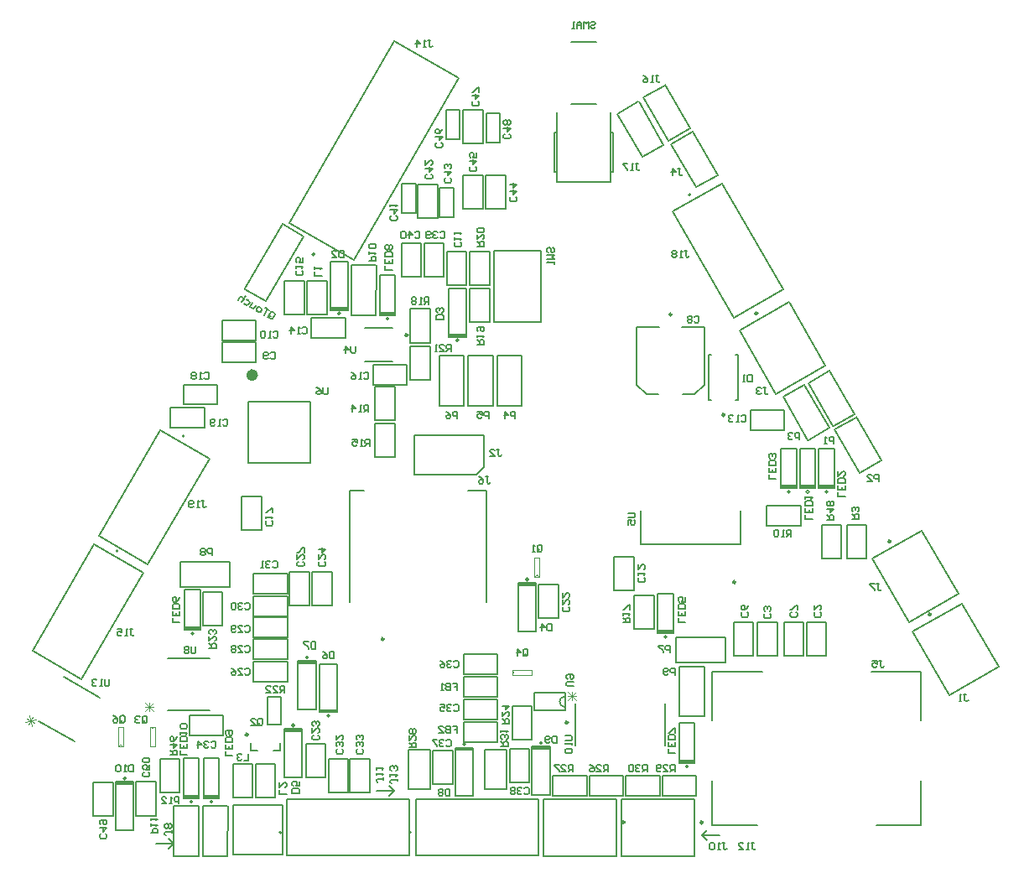
<source format=gbo>
G04*
G04 #@! TF.GenerationSoftware,Altium Limited,Altium Designer,22.1.2 (22)*
G04*
G04 Layer_Color=39423*
%FSLAX25Y25*%
%MOIN*%
G70*
G04*
G04 #@! TF.SameCoordinates,8C121C91-0C0E-4A63-ABDB-05F36A63E408*
G04*
G04*
G04 #@! TF.FilePolarity,Positive*
G04*
G01*
G75*
%ADD10C,0.00394*%
%ADD11C,0.00600*%
%ADD12C,0.00984*%
%ADD13C,0.00500*%
%ADD15C,0.00787*%
%ADD16C,0.00669*%
%ADD152C,0.02362*%
%ADD153C,0.00945*%
%ADD154C,0.00300*%
%ADD155R,0.07087X0.01181*%
%ADD156R,0.06299X0.01181*%
D10*
X66597Y76661D02*
G03*
X65317Y76661I-640J0D01*
G01*
X221661Y105317D02*
G03*
X221661Y106597I0J640D01*
G01*
X77903Y84398D02*
G03*
X79183Y84398I640J0D01*
G01*
X232097Y144161D02*
G03*
X230817Y144161I-640J0D01*
G01*
X65317Y76661D02*
X66941D01*
X64973D02*
X66597D01*
X64973D02*
Y84339D01*
X66941D01*
Y76661D02*
Y84339D01*
X221661Y104972D02*
X229339D01*
Y106941D01*
X221661D02*
X229339D01*
X221661Y105317D02*
Y106941D01*
Y104972D02*
Y106597D01*
X77559Y84398D02*
X79183D01*
X77903D02*
X79527D01*
Y76720D02*
Y84398D01*
X77559Y76720D02*
X79527D01*
X77559D02*
Y84398D01*
X232441Y144161D02*
Y151839D01*
X230472D02*
X232441D01*
X230472Y144161D02*
Y151839D01*
Y144161D02*
X232097D01*
X230817D02*
X232441D01*
D11*
X43474Y104390D02*
X57676Y96190D01*
X33324Y86810D02*
X47526Y78610D01*
X282200Y77150D02*
Y93850D01*
X246800Y77150D02*
Y93850D01*
X84600Y91100D02*
X101400D01*
X84600Y111900D02*
X101400D01*
D12*
X266216Y46567D02*
G03*
X266216Y46567I-492J0D01*
G01*
X297295Y46500D02*
G03*
X297295Y46500I-492J0D01*
G01*
X243685Y86232D02*
G03*
X243685Y86232I-492J0D01*
G01*
X116512Y81437D02*
G03*
X116512Y81437I-492J0D01*
G01*
X180025Y240240D02*
G03*
X180025Y240240I-492J0D01*
G01*
X319090Y248883D02*
G03*
X319090Y248883I-492J0D01*
G01*
X305992Y208539D02*
G03*
X305992Y208539I-492J0D01*
G01*
X284992Y248406D02*
G03*
X284992Y248406I-492J0D01*
G01*
X310315Y142016D02*
G03*
X310315Y142016I-492J0D01*
G01*
X371919Y158179D02*
G03*
X371919Y158179I-492J0D01*
G01*
X387919Y129179D02*
G03*
X387919Y129179I-492J0D01*
G01*
D13*
X183327Y55886D02*
X232146D01*
Y33248D02*
Y55886D01*
X183327Y33248D02*
X232146D01*
X183327D02*
Y55886D01*
X131827D02*
X180646D01*
Y33248D02*
Y55886D01*
X131827Y33248D02*
X180646D01*
X131827D02*
Y55886D01*
X50427Y103406D02*
X74837Y145684D01*
X30822Y114725D02*
X50427Y103406D01*
X30822Y114725D02*
X55232Y157003D01*
X74837Y145684D01*
X76770Y148954D02*
X101179Y191232D01*
X57165Y160273D02*
X76770Y148954D01*
X57165Y160273D02*
X81574Y202551D01*
X101179Y191232D01*
X174693Y357113D02*
X200265Y342350D01*
X132961Y284831D02*
X158533Y270067D01*
X132961Y284831D02*
X174693Y357113D01*
X158533Y270067D02*
X200265Y342350D01*
X260827Y305130D02*
X261811D01*
X260827Y320878D02*
X261811D01*
Y305130D02*
Y320878D01*
X238189D02*
X239173D01*
X238189Y305130D02*
X239173D01*
X245079Y332098D02*
X254921D01*
X245079Y356902D02*
X254921D01*
X238189Y305130D02*
Y320878D01*
X239272Y300996D02*
Y328752D01*
X260728Y300996D02*
Y328752D01*
X239272Y300996D02*
X260728D01*
X285244Y289251D02*
X304848Y300570D01*
X285244Y289251D02*
X309653Y246973D01*
X329258Y258292D01*
X304848Y300570D02*
X329258Y258292D01*
X301020Y45378D02*
Y63213D01*
Y45378D02*
X318933D01*
X366177D02*
X384090D01*
Y63213D01*
X301020Y86992D02*
Y106402D01*
X320902D01*
X364209D02*
X384090D01*
Y86992D02*
Y106402D01*
X157047Y178256D02*
X162559D01*
X204000D02*
X211378D01*
X157047Y133965D02*
Y178256D01*
X211378Y133965D02*
Y178256D01*
X61444Y103377D02*
Y101082D01*
X60985Y100622D01*
X60066D01*
X59607Y101082D01*
Y103377D01*
X58689Y100622D02*
X57770D01*
X58230D01*
Y103377D01*
X58689Y102918D01*
X56393D02*
X55934Y103377D01*
X55015D01*
X54556Y102918D01*
Y102459D01*
X55015Y102000D01*
X55475D01*
X55015D01*
X54556Y101541D01*
Y101082D01*
X55015Y100622D01*
X55934D01*
X56393Y101082D01*
X242622Y80944D02*
X244918D01*
X245377Y80485D01*
Y79566D01*
X244918Y79107D01*
X242622D01*
X245377Y78189D02*
Y77270D01*
Y77730D01*
X242622D01*
X243082Y78189D01*
Y75893D02*
X242622Y75434D01*
Y74515D01*
X243082Y74056D01*
X244918D01*
X245377Y74515D01*
Y75434D01*
X244918Y75893D01*
X243082D01*
X245878Y100704D02*
X243582D01*
X243123Y101163D01*
Y102082D01*
X243582Y102541D01*
X245878D01*
X243582Y103459D02*
X243123Y103918D01*
Y104837D01*
X243582Y105296D01*
X245418D01*
X245878Y104837D01*
Y103918D01*
X245418Y103459D01*
X244959D01*
X244500Y103918D01*
Y105296D01*
X95796Y116377D02*
Y114082D01*
X95337Y113622D01*
X94418D01*
X93959Y114082D01*
Y116377D01*
X93041Y115918D02*
X92582Y116377D01*
X91663D01*
X91204Y115918D01*
Y115459D01*
X91663Y115000D01*
X91204Y114541D01*
Y114082D01*
X91663Y113622D01*
X92582D01*
X93041Y114082D01*
Y114541D01*
X92582Y115000D01*
X93041Y115459D01*
Y115918D01*
X92582Y115000D02*
X91663D01*
X148296Y219377D02*
Y217082D01*
X147837Y216622D01*
X146918D01*
X146459Y217082D01*
Y219377D01*
X143704D02*
X144623Y218918D01*
X145541Y218000D01*
Y217082D01*
X145082Y216622D01*
X144163D01*
X143704Y217082D01*
Y217541D01*
X144163Y218000D01*
X145541D01*
X267622Y169481D02*
X269918D01*
X270377Y169022D01*
Y168103D01*
X269918Y167644D01*
X267622D01*
Y164889D02*
Y166726D01*
X269000D01*
X268541Y165807D01*
Y165348D01*
X269000Y164889D01*
X269918D01*
X270377Y165348D01*
Y166267D01*
X269918Y166726D01*
X159296Y235877D02*
Y233582D01*
X158837Y233122D01*
X157918D01*
X157459Y233582D01*
Y235877D01*
X155163Y233122D02*
Y235877D01*
X156541Y234500D01*
X154704D01*
X235905Y273090D02*
X235445Y273549D01*
Y274468D01*
X235905Y274927D01*
X236364D01*
X236823Y274468D01*
Y273549D01*
X237282Y273090D01*
X237741D01*
X238200Y273549D01*
Y274468D01*
X237741Y274927D01*
X235445Y272172D02*
X238200D01*
X237282Y271253D01*
X238200Y270335D01*
X235445D01*
X238200Y269417D02*
Y268498D01*
Y268958D01*
X235445D01*
X235905Y269417D01*
X252755Y364418D02*
X253214Y364878D01*
X254133D01*
X254592Y364418D01*
Y363959D01*
X254133Y363500D01*
X253214D01*
X252755Y363041D01*
Y362582D01*
X253214Y362123D01*
X254133D01*
X254592Y362582D01*
X251837Y362123D02*
Y364878D01*
X250918Y363959D01*
X250000Y364878D01*
Y362123D01*
X249082D02*
Y363959D01*
X248163Y364878D01*
X247245Y363959D01*
Y362123D01*
Y363500D01*
X249082D01*
X246327Y362123D02*
X245408D01*
X245867D01*
Y364878D01*
X246327Y364418D01*
X346622Y166827D02*
X349377D01*
Y168204D01*
X348918Y168663D01*
X348000D01*
X347541Y168204D01*
Y166827D01*
Y167745D02*
X346622Y168663D01*
Y170959D02*
X349377D01*
X348000Y169582D01*
Y171418D01*
X348918Y172337D02*
X349377Y172796D01*
Y173714D01*
X348918Y174173D01*
X348459D01*
X348000Y173714D01*
X347541Y174173D01*
X347082D01*
X346622Y173714D01*
Y172796D01*
X347082Y172337D01*
X347541D01*
X348000Y172796D01*
X348459Y172337D01*
X348918D01*
X348000Y172796D02*
Y173714D01*
X85623Y73327D02*
X88377D01*
Y74704D01*
X87918Y75163D01*
X87000D01*
X86541Y74704D01*
Y73327D01*
Y74245D02*
X85623Y75163D01*
Y77459D02*
X88377D01*
X87000Y76082D01*
Y77918D01*
X88377Y80673D02*
X87918Y79755D01*
X87000Y78837D01*
X86082D01*
X85623Y79296D01*
Y80214D01*
X86082Y80673D01*
X86541D01*
X87000Y80214D01*
Y78837D01*
X217123Y76786D02*
X219878D01*
Y78163D01*
X219418Y78623D01*
X218500D01*
X218041Y78163D01*
Y76786D01*
Y77704D02*
X217123Y78623D01*
X219418Y79541D02*
X219878Y80000D01*
Y80918D01*
X219418Y81378D01*
X218959D01*
X218500Y80918D01*
Y80459D01*
Y80918D01*
X218041Y81378D01*
X217582D01*
X217123Y80918D01*
Y80000D01*
X217582Y79541D01*
X217123Y82296D02*
Y83214D01*
Y82755D01*
X219878D01*
X219418Y82296D01*
X275173Y66623D02*
Y69377D01*
X273796D01*
X273337Y68918D01*
Y68000D01*
X273796Y67541D01*
X275173D01*
X274255D02*
X273337Y66623D01*
X272418Y68918D02*
X271959Y69377D01*
X271041D01*
X270582Y68918D01*
Y68459D01*
X271041Y68000D01*
X271500D01*
X271041D01*
X270582Y67541D01*
Y67082D01*
X271041Y66623D01*
X271959D01*
X272418Y67082D01*
X269663Y68918D02*
X269204Y69377D01*
X268286D01*
X267827Y68918D01*
Y67082D01*
X268286Y66623D01*
X269204D01*
X269663Y67082D01*
Y68918D01*
X286173Y66623D02*
Y69377D01*
X284796D01*
X284337Y68918D01*
Y68000D01*
X284796Y67541D01*
X286173D01*
X285255D02*
X284337Y66623D01*
X281582D02*
X283418D01*
X281582Y68459D01*
Y68918D01*
X282041Y69377D01*
X282959D01*
X283418Y68918D01*
X280663Y67082D02*
X280204Y66623D01*
X279286D01*
X278827Y67082D01*
Y68918D01*
X279286Y69377D01*
X280204D01*
X280663Y68918D01*
Y68459D01*
X280204Y68000D01*
X278827D01*
X180622Y76327D02*
X183378D01*
Y77704D01*
X182918Y78163D01*
X182000D01*
X181541Y77704D01*
Y76327D01*
Y77245D02*
X180622Y78163D01*
Y80918D02*
Y79082D01*
X182459Y80918D01*
X182918D01*
X183378Y80459D01*
Y79541D01*
X182918Y79082D01*
Y81837D02*
X183378Y82296D01*
Y83214D01*
X182918Y83673D01*
X182459D01*
X182000Y83214D01*
X181541Y83673D01*
X181082D01*
X180622Y83214D01*
Y82296D01*
X181082Y81837D01*
X181541D01*
X182000Y82296D01*
X182459Y81837D01*
X182918D01*
X182000Y82296D02*
Y83214D01*
X245673Y66623D02*
Y69377D01*
X244296D01*
X243837Y68918D01*
Y68000D01*
X244296Y67541D01*
X245673D01*
X244755D02*
X243837Y66623D01*
X241082D02*
X242918D01*
X241082Y68459D01*
Y68918D01*
X241541Y69377D01*
X242459D01*
X242918Y68918D01*
X240163Y69377D02*
X238327D01*
Y68918D01*
X240163Y67082D01*
Y66623D01*
X259673D02*
Y69377D01*
X258296D01*
X257837Y68918D01*
Y68000D01*
X258296Y67541D01*
X259673D01*
X258755D02*
X257837Y66623D01*
X255082D02*
X256918D01*
X255082Y68459D01*
Y68918D01*
X255541Y69377D01*
X256459D01*
X256918Y68918D01*
X252327Y69377D02*
X253245Y68918D01*
X254163Y68000D01*
Y67082D01*
X253704Y66623D01*
X252786D01*
X252327Y67082D01*
Y67541D01*
X252786Y68000D01*
X254163D01*
X217622Y85827D02*
X220377D01*
Y87204D01*
X219918Y87663D01*
X219000D01*
X218541Y87204D01*
Y85827D01*
Y86745D02*
X217622Y87663D01*
Y90418D02*
Y88582D01*
X219459Y90418D01*
X219918D01*
X220377Y89959D01*
Y89041D01*
X219918Y88582D01*
X217622Y92714D02*
X220377D01*
X219000Y91337D01*
Y93173D01*
X101122Y115827D02*
X103877D01*
Y117204D01*
X103418Y117663D01*
X102500D01*
X102041Y117204D01*
Y115827D01*
Y116745D02*
X101122Y117663D01*
Y120418D02*
Y118582D01*
X102959Y120418D01*
X103418D01*
X103877Y119959D01*
Y119041D01*
X103418Y118582D01*
Y121337D02*
X103877Y121796D01*
Y122714D01*
X103418Y123173D01*
X102959D01*
X102500Y122714D01*
Y122255D01*
Y122714D01*
X102041Y123173D01*
X101582D01*
X101122Y122714D01*
Y121796D01*
X101582Y121337D01*
X131142Y98067D02*
Y100822D01*
X129764D01*
X129305Y100363D01*
Y99445D01*
X129764Y98986D01*
X131142D01*
X130224D02*
X129305Y98067D01*
X126550D02*
X128387D01*
X126550Y99904D01*
Y100363D01*
X127009Y100822D01*
X127928D01*
X128387Y100363D01*
X123795Y98067D02*
X125632D01*
X123795Y99904D01*
Y100363D01*
X124254Y100822D01*
X125173D01*
X125632Y100363D01*
X197254Y233658D02*
Y236413D01*
X195876D01*
X195417Y235954D01*
Y235035D01*
X195876Y234576D01*
X197254D01*
X196335D02*
X195417Y233658D01*
X192662D02*
X194499D01*
X192662Y235495D01*
Y235954D01*
X193121Y236413D01*
X194039D01*
X194499Y235954D01*
X191744Y233658D02*
X190825D01*
X191284D01*
Y236413D01*
X191744Y235954D01*
X207685Y275559D02*
X210440D01*
Y276936D01*
X209981Y277396D01*
X209063D01*
X208604Y276936D01*
Y275559D01*
Y276477D02*
X207685Y277396D01*
Y280151D02*
Y278314D01*
X209522Y280151D01*
X209981D01*
X210440Y279691D01*
Y278773D01*
X209981Y278314D01*
Y281069D02*
X210440Y281528D01*
Y282447D01*
X209981Y282906D01*
X208145D01*
X207685Y282447D01*
Y281528D01*
X208145Y281069D01*
X209981D01*
X207685Y236525D02*
X210440D01*
Y237902D01*
X209981Y238361D01*
X209063D01*
X208604Y237902D01*
Y236525D01*
Y237443D02*
X207685Y238361D01*
Y239280D02*
Y240198D01*
Y239739D01*
X210440D01*
X209981Y239280D01*
X208145Y241576D02*
X207685Y242035D01*
Y242953D01*
X208145Y243412D01*
X209981D01*
X210440Y242953D01*
Y242035D01*
X209981Y241576D01*
X209522D01*
X209063Y242035D01*
Y243412D01*
X188385Y252520D02*
Y255275D01*
X187007D01*
X186548Y254816D01*
Y253898D01*
X187007Y253438D01*
X188385D01*
X187466D02*
X186548Y252520D01*
X185630D02*
X184711D01*
X185170D01*
Y255275D01*
X185630Y254816D01*
X183334D02*
X182875Y255275D01*
X181956D01*
X181497Y254816D01*
Y254357D01*
X181956Y253898D01*
X181497Y253438D01*
Y252979D01*
X181956Y252520D01*
X182875D01*
X183334Y252979D01*
Y253438D01*
X182875Y253898D01*
X183334Y254357D01*
Y254816D01*
X182875Y253898D02*
X181956D01*
X265622Y126056D02*
X268377D01*
Y127434D01*
X267918Y127893D01*
X267000D01*
X266541Y127434D01*
Y126056D01*
Y126975D02*
X265622Y127893D01*
Y128811D02*
Y129730D01*
Y129270D01*
X268377D01*
X267918Y128811D01*
X268377Y131107D02*
Y132944D01*
X267918D01*
X266082Y131107D01*
X265622D01*
X164944Y196123D02*
Y198878D01*
X163566D01*
X163107Y198418D01*
Y197500D01*
X163566Y197041D01*
X164944D01*
X164025D02*
X163107Y196123D01*
X162189D02*
X161270D01*
X161730D01*
Y198878D01*
X162189Y198418D01*
X158056Y198878D02*
X159893D01*
Y197500D01*
X158975Y197959D01*
X158515D01*
X158056Y197500D01*
Y196582D01*
X158515Y196123D01*
X159434D01*
X159893Y196582D01*
X164444Y209623D02*
Y212378D01*
X163066D01*
X162607Y211918D01*
Y211000D01*
X163066Y210541D01*
X164444D01*
X163525D02*
X162607Y209623D01*
X161689D02*
X160770D01*
X161230D01*
Y212378D01*
X161689Y211918D01*
X158015Y209623D02*
Y212378D01*
X159393Y211000D01*
X157556D01*
X332444Y160123D02*
Y162878D01*
X331066D01*
X330607Y162418D01*
Y161500D01*
X331066Y161041D01*
X332444D01*
X331525D02*
X330607Y160123D01*
X329689D02*
X328770D01*
X329230D01*
Y162878D01*
X329689Y162418D01*
X327393D02*
X326934Y162878D01*
X326015D01*
X325556Y162418D01*
Y160582D01*
X326015Y160123D01*
X326934D01*
X327393Y160582D01*
Y162418D01*
X356623Y167204D02*
X359378D01*
Y168582D01*
X358918Y169041D01*
X358000D01*
X357541Y168582D01*
Y167204D01*
Y168122D02*
X356623Y169041D01*
X358918Y169959D02*
X359378Y170418D01*
Y171337D01*
X358918Y171796D01*
X358459D01*
X358000Y171337D01*
Y170878D01*
Y171337D01*
X357541Y171796D01*
X357082D01*
X356623Y171337D01*
Y170418D01*
X357082Y169959D01*
X124710Y247720D02*
X125629Y249311D01*
X126256Y249479D01*
X127051Y249020D01*
X127219Y248392D01*
X126301Y246802D01*
X125674Y246634D01*
X124878Y247093D01*
X125735Y247659D02*
X124481Y247322D01*
X124878Y247093D02*
X124710Y247720D01*
X125063Y250167D02*
X123472Y251086D01*
X124268Y250627D01*
X122890Y248241D01*
X120902Y249389D02*
X120107Y249848D01*
X119939Y250475D01*
X120398Y251270D01*
X121025Y251438D01*
X121820Y250979D01*
X121988Y250352D01*
X121529Y249557D01*
X120902Y249389D01*
X119832Y252127D02*
X119143Y250934D01*
X118516Y250766D01*
X117323Y251455D01*
X118241Y253046D01*
X115855Y254423D02*
X117048Y253734D01*
X117216Y253107D01*
X116757Y252312D01*
X116130Y252144D01*
X114937Y252833D01*
X115519Y255678D02*
X114142Y253292D01*
X114831Y254485D01*
X114662Y255112D01*
X113867Y255571D01*
X113240Y255403D01*
X112551Y254210D01*
X65715Y86680D02*
Y88517D01*
X66174Y88976D01*
X67093D01*
X67552Y88517D01*
Y86680D01*
X67093Y86221D01*
X66174D01*
X66633Y87139D02*
X65715Y86221D01*
X66174D02*
X65715Y86680D01*
X62960Y88976D02*
X63878Y88517D01*
X64797Y87598D01*
Y86680D01*
X64338Y86221D01*
X63419D01*
X62960Y86680D01*
Y87139D01*
X63419Y87598D01*
X64797D01*
X225959Y113082D02*
Y114918D01*
X226418Y115377D01*
X227337D01*
X227796Y114918D01*
Y113082D01*
X227337Y112622D01*
X226418D01*
X226877Y113541D02*
X225959Y112622D01*
X226418D02*
X225959Y113082D01*
X223663Y112622D02*
Y115377D01*
X225041Y114000D01*
X223204D01*
X74573Y86483D02*
Y88320D01*
X75033Y88779D01*
X75951D01*
X76410Y88320D01*
Y86483D01*
X75951Y86024D01*
X75033D01*
X75492Y86942D02*
X74573Y86024D01*
X75033D02*
X74573Y86483D01*
X73655Y88320D02*
X73196Y88779D01*
X72277D01*
X71818Y88320D01*
Y87861D01*
X72277Y87402D01*
X72737D01*
X72277D01*
X71818Y86942D01*
Y86483D01*
X72277Y86024D01*
X73196D01*
X73655Y86483D01*
X120459Y85582D02*
Y87418D01*
X120918Y87878D01*
X121837D01*
X122296Y87418D01*
Y85582D01*
X121837Y85123D01*
X120918D01*
X121378Y86041D02*
X120459Y85123D01*
X120918D02*
X120459Y85582D01*
X117704Y85123D02*
X119541D01*
X117704Y86959D01*
Y87418D01*
X118163Y87878D01*
X119082D01*
X119541Y87418D01*
X231500Y154582D02*
Y156418D01*
X231959Y156878D01*
X232877D01*
X233337Y156418D01*
Y154582D01*
X232877Y154122D01*
X231959D01*
X232418Y155041D02*
X231500Y154122D01*
X231959D02*
X231500Y154582D01*
X230582Y154122D02*
X229663D01*
X230122D01*
Y156878D01*
X230582Y156418D01*
X89074Y53938D02*
Y56692D01*
X87696D01*
X87237Y56233D01*
Y55315D01*
X87696Y54856D01*
X89074D01*
X86319Y53938D02*
X85400D01*
X85860D01*
Y56692D01*
X86319Y56233D01*
X82186Y53938D02*
X84023D01*
X82186Y55774D01*
Y56233D01*
X82645Y56692D01*
X83564D01*
X84023Y56233D01*
X77844Y42263D02*
X80599D01*
Y43640D01*
X80140Y44099D01*
X79221D01*
X78762Y43640D01*
Y42263D01*
X77844Y45017D02*
Y45936D01*
Y45477D01*
X80599D01*
X80140Y45017D01*
X77844Y47313D02*
Y48232D01*
Y47773D01*
X80599D01*
X80140Y47313D01*
X164622Y269627D02*
X167377D01*
Y271005D01*
X166918Y271464D01*
X166000D01*
X165541Y271005D01*
Y269627D01*
X164622Y272382D02*
Y273301D01*
Y272841D01*
X167377D01*
X166918Y272382D01*
Y274678D02*
X167377Y275137D01*
Y276056D01*
X166918Y276515D01*
X165082D01*
X164622Y276056D01*
Y275137D01*
X165082Y274678D01*
X166918D01*
X286296Y105122D02*
Y107878D01*
X284918D01*
X284459Y107418D01*
Y106500D01*
X284918Y106041D01*
X286296D01*
X283541Y105582D02*
X283082Y105122D01*
X282163D01*
X281704Y105582D01*
Y107418D01*
X282163Y107878D01*
X283082D01*
X283541Y107418D01*
Y106959D01*
X283082Y106500D01*
X281704D01*
X102296Y152622D02*
Y155377D01*
X100918D01*
X100459Y154918D01*
Y154000D01*
X100918Y153541D01*
X102296D01*
X99541Y154918D02*
X99082Y155377D01*
X98163D01*
X97704Y154918D01*
Y154459D01*
X98163Y154000D01*
X97704Y153541D01*
Y153082D01*
X98163Y152622D01*
X99082D01*
X99541Y153082D01*
Y153541D01*
X99082Y154000D01*
X99541Y154459D01*
Y154918D01*
X99082Y154000D02*
X98163D01*
X284296Y114122D02*
Y116877D01*
X282918D01*
X282459Y116418D01*
Y115500D01*
X282918Y115041D01*
X284296D01*
X281541Y116877D02*
X279704D01*
Y116418D01*
X281541Y114582D01*
Y114122D01*
X199796Y207122D02*
Y209877D01*
X198418D01*
X197959Y209418D01*
Y208500D01*
X198418Y208041D01*
X199796D01*
X195204Y209877D02*
X196123Y209418D01*
X197041Y208500D01*
Y207582D01*
X196582Y207122D01*
X195663D01*
X195204Y207582D01*
Y208041D01*
X195663Y208500D01*
X197041D01*
X212296Y207122D02*
Y209877D01*
X210918D01*
X210459Y209418D01*
Y208500D01*
X210918Y208041D01*
X212296D01*
X207704Y209877D02*
X209541D01*
Y208500D01*
X208623Y208959D01*
X208163D01*
X207704Y208500D01*
Y207582D01*
X208163Y207122D01*
X209082D01*
X209541Y207582D01*
X222796Y207122D02*
Y209877D01*
X221418D01*
X220959Y209418D01*
Y208500D01*
X221418Y208041D01*
X222796D01*
X218663Y207122D02*
Y209877D01*
X220041Y208500D01*
X218204D01*
X335796Y198623D02*
Y201378D01*
X334418D01*
X333959Y200918D01*
Y200000D01*
X334418Y199541D01*
X335796D01*
X333041Y200918D02*
X332582Y201378D01*
X331663D01*
X331204Y200918D01*
Y200459D01*
X331663Y200000D01*
X332122D01*
X331663D01*
X331204Y199541D01*
Y199082D01*
X331663Y198623D01*
X332582D01*
X333041Y199082D01*
X367296Y182123D02*
Y184878D01*
X365918D01*
X365459Y184418D01*
Y183500D01*
X365918Y183041D01*
X367296D01*
X362704Y182123D02*
X364541D01*
X362704Y183959D01*
Y184418D01*
X363163Y184878D01*
X364082D01*
X364541Y184418D01*
X349337Y197123D02*
Y199878D01*
X347959D01*
X347500Y199418D01*
Y198500D01*
X347959Y198041D01*
X349337D01*
X346582Y197123D02*
X345663D01*
X346123D01*
Y199878D01*
X346582Y199418D01*
X92378Y73301D02*
X89622D01*
Y75138D01*
X92378Y77893D02*
Y76056D01*
X89622D01*
Y77893D01*
X91000Y76056D02*
Y76975D01*
X92378Y78811D02*
X89622D01*
Y80189D01*
X90082Y80648D01*
X91918D01*
X92378Y80189D01*
Y78811D01*
X89622Y81566D02*
Y82485D01*
Y82025D01*
X92378D01*
X91918Y81566D01*
Y83862D02*
X92378Y84321D01*
Y85240D01*
X91918Y85699D01*
X90082D01*
X89622Y85240D01*
Y84321D01*
X90082Y83862D01*
X91918D01*
X110378Y72949D02*
X107623D01*
Y74786D01*
X110378Y77541D02*
Y75704D01*
X107623D01*
Y77541D01*
X109000Y75704D02*
Y76622D01*
X110378Y78459D02*
X107623D01*
Y79837D01*
X108082Y80296D01*
X109918D01*
X110378Y79837D01*
Y78459D01*
X108082Y81214D02*
X107623Y81673D01*
Y82592D01*
X108082Y83051D01*
X109918D01*
X110378Y82592D01*
Y81673D01*
X109918Y81214D01*
X109459D01*
X109000Y81673D01*
Y83051D01*
X173878Y265949D02*
X171123D01*
Y267786D01*
X173878Y270541D02*
Y268704D01*
X171123D01*
Y270541D01*
X172500Y268704D02*
Y269622D01*
X173878Y271459D02*
X171123D01*
Y272837D01*
X171582Y273296D01*
X173418D01*
X173878Y272837D01*
Y271459D01*
X173418Y274214D02*
X173878Y274673D01*
Y275592D01*
X173418Y276051D01*
X172959D01*
X172500Y275592D01*
X172041Y276051D01*
X171582D01*
X171123Y275592D01*
Y274673D01*
X171582Y274214D01*
X172041D01*
X172500Y274673D01*
X172959Y274214D01*
X173418D01*
X172500Y274673D02*
Y275592D01*
X286378Y73949D02*
X283623D01*
Y75786D01*
X286378Y78541D02*
Y76704D01*
X283623D01*
Y78541D01*
X285000Y76704D02*
Y77622D01*
X286378Y79459D02*
X283623D01*
Y80837D01*
X284082Y81296D01*
X285918D01*
X286378Y80837D01*
Y79459D01*
Y82214D02*
Y84051D01*
X285918D01*
X284082Y82214D01*
X283623D01*
X89377Y125949D02*
X86623D01*
Y127786D01*
X89377Y130541D02*
Y128704D01*
X86623D01*
Y130541D01*
X88000Y128704D02*
Y129622D01*
X89377Y131459D02*
X86623D01*
Y132837D01*
X87082Y133296D01*
X88918D01*
X89377Y132837D01*
Y131459D01*
Y136051D02*
X88918Y135133D01*
X88000Y134214D01*
X87082D01*
X86623Y134673D01*
Y135592D01*
X87082Y136051D01*
X87541D01*
X88000Y135592D01*
Y134214D01*
X290377Y125949D02*
X287622D01*
Y127786D01*
X290377Y130541D02*
Y128704D01*
X287622D01*
Y130541D01*
X289000Y128704D02*
Y129622D01*
X290377Y131459D02*
X287622D01*
Y132837D01*
X288082Y133296D01*
X289918D01*
X290377Y132837D01*
Y131459D01*
Y136051D02*
Y134214D01*
X289000D01*
X289459Y135133D01*
Y135592D01*
X289000Y136051D01*
X288082D01*
X287622Y135592D01*
Y134673D01*
X288082Y134214D01*
X326378Y182949D02*
X323622D01*
Y184786D01*
X326378Y187541D02*
Y185704D01*
X323622D01*
Y187541D01*
X325000Y185704D02*
Y186623D01*
X326378Y188459D02*
X323622D01*
Y189837D01*
X324082Y190296D01*
X325918D01*
X326378Y189837D01*
Y188459D01*
X325918Y191214D02*
X326378Y191673D01*
Y192592D01*
X325918Y193051D01*
X325459D01*
X325000Y192592D01*
Y192132D01*
Y192592D01*
X324541Y193051D01*
X324082D01*
X323622Y192592D01*
Y191673D01*
X324082Y191214D01*
X353877Y175949D02*
X351122D01*
Y177786D01*
X353877Y180541D02*
Y178704D01*
X351122D01*
Y180541D01*
X352500Y178704D02*
Y179622D01*
X353877Y181459D02*
X351122D01*
Y182837D01*
X351582Y183296D01*
X353418D01*
X353877Y182837D01*
Y181459D01*
X351122Y186051D02*
Y184214D01*
X352959Y186051D01*
X353418D01*
X353877Y185592D01*
Y184673D01*
X353418Y184214D01*
X340878Y166908D02*
X338123D01*
Y168745D01*
X340878Y171500D02*
Y169663D01*
X338123D01*
Y171500D01*
X339500Y169663D02*
Y170582D01*
X340878Y172418D02*
X338123D01*
Y173796D01*
X338582Y174255D01*
X340418D01*
X340878Y173796D01*
Y172418D01*
X338123Y175173D02*
Y176092D01*
Y175633D01*
X340878D01*
X340418Y175173D01*
X116796Y73878D02*
Y71122D01*
X114959D01*
X114041Y73418D02*
X113582Y73878D01*
X112663D01*
X112204Y73418D01*
Y72959D01*
X112663Y72500D01*
X113122D01*
X112663D01*
X112204Y72041D01*
Y71582D01*
X112663Y71122D01*
X113582D01*
X114041Y71582D01*
X131878Y57704D02*
X129122D01*
Y59541D01*
Y62296D02*
Y60459D01*
X130959Y62296D01*
X131418D01*
X131878Y61837D01*
Y60918D01*
X131418Y60459D01*
X145878Y263663D02*
X143122D01*
Y265500D01*
Y266418D02*
Y267337D01*
Y266878D01*
X145878D01*
X145418Y266418D01*
X98107Y174378D02*
X99025D01*
X98566D01*
Y172082D01*
X99025Y171623D01*
X99485D01*
X99944Y172082D01*
X97189Y171623D02*
X96270D01*
X96730D01*
Y174378D01*
X97189Y173918D01*
X94893Y172082D02*
X94434Y171623D01*
X93515D01*
X93056Y172082D01*
Y173918D01*
X93515Y174378D01*
X94434D01*
X94893Y173918D01*
Y173459D01*
X94434Y173000D01*
X93056D01*
X290107Y273878D02*
X291025D01*
X290566D01*
Y271582D01*
X291025Y271123D01*
X291485D01*
X291944Y271582D01*
X289189Y271123D02*
X288270D01*
X288730D01*
Y273878D01*
X289189Y273418D01*
X286893D02*
X286434Y273878D01*
X285515D01*
X285056Y273418D01*
Y272959D01*
X285515Y272500D01*
X285056Y272041D01*
Y271582D01*
X285515Y271123D01*
X286434D01*
X286893Y271582D01*
Y272041D01*
X286434Y272500D01*
X286893Y272959D01*
Y273418D01*
X286434Y272500D02*
X285515D01*
X270607Y308378D02*
X271525D01*
X271066D01*
Y306082D01*
X271525Y305623D01*
X271985D01*
X272444Y306082D01*
X269689Y305623D02*
X268770D01*
X269230D01*
Y308378D01*
X269689Y307918D01*
X267393Y308378D02*
X265556D01*
Y307918D01*
X267393Y306082D01*
Y305623D01*
X278607Y343377D02*
X279525D01*
X279066D01*
Y341082D01*
X279525Y340622D01*
X279985D01*
X280444Y341082D01*
X277689Y340622D02*
X276770D01*
X277230D01*
Y343377D01*
X277689Y342918D01*
X273556Y343377D02*
X274475Y342918D01*
X275393Y342000D01*
Y341082D01*
X274934Y340622D01*
X274015D01*
X273556Y341082D01*
Y341541D01*
X274015Y342000D01*
X275393D01*
X69607Y123378D02*
X70525D01*
X70066D01*
Y121082D01*
X70525Y120623D01*
X70985D01*
X71444Y121082D01*
X68689Y120623D02*
X67770D01*
X68230D01*
Y123378D01*
X68689Y122918D01*
X64556Y123378D02*
X66393D01*
Y122000D01*
X65475Y122459D01*
X65015D01*
X64556Y122000D01*
Y121082D01*
X65015Y120623D01*
X65934D01*
X66393Y121082D01*
X188107Y357378D02*
X189025D01*
X188566D01*
Y355082D01*
X189025Y354623D01*
X189485D01*
X189944Y355082D01*
X187189Y354623D02*
X186270D01*
X186730D01*
Y357378D01*
X187189Y356918D01*
X183515Y354623D02*
Y357378D01*
X184893Y356000D01*
X183056D01*
X175877Y63893D02*
Y62975D01*
Y63434D01*
X173582D01*
X173123Y62975D01*
Y62515D01*
X173582Y62056D01*
X173123Y64811D02*
Y65730D01*
Y65270D01*
X175877D01*
X175418Y64811D01*
Y67107D02*
X175877Y67566D01*
Y68485D01*
X175418Y68944D01*
X174959D01*
X174500Y68485D01*
Y68025D01*
Y68485D01*
X174041Y68944D01*
X173582D01*
X173123Y68485D01*
Y67566D01*
X173582Y67107D01*
X316607Y38377D02*
X317525D01*
X317066D01*
Y36082D01*
X317525Y35623D01*
X317985D01*
X318444Y36082D01*
X315689Y35623D02*
X314770D01*
X315230D01*
Y38377D01*
X315689Y37918D01*
X311556Y35623D02*
X313393D01*
X311556Y37459D01*
Y37918D01*
X312015Y38377D01*
X312934D01*
X313393Y37918D01*
X170378Y64352D02*
Y63434D01*
Y63893D01*
X168082D01*
X167622Y63434D01*
Y62975D01*
X168082Y62515D01*
X167622Y65270D02*
Y66189D01*
Y65730D01*
X170378D01*
X169918Y65270D01*
X167622Y67566D02*
Y68485D01*
Y68025D01*
X170378D01*
X169918Y67566D01*
X305107Y38377D02*
X306025D01*
X305566D01*
Y36082D01*
X306025Y35623D01*
X306485D01*
X306944Y36082D01*
X304189Y35623D02*
X303270D01*
X303730D01*
Y38377D01*
X304189Y37918D01*
X301893D02*
X301434Y38377D01*
X300515D01*
X300056Y37918D01*
Y36082D01*
X300515Y35623D01*
X301434D01*
X301893Y36082D01*
Y37918D01*
X86220Y43242D02*
Y42323D01*
Y42782D01*
X83924D01*
X83465Y42323D01*
Y41864D01*
X83924Y41405D01*
X85761Y44160D02*
X86220Y44619D01*
Y45537D01*
X85761Y45997D01*
X85302D01*
X84842Y45537D01*
X84383Y45997D01*
X83924D01*
X83465Y45537D01*
Y44619D01*
X83924Y44160D01*
X84383D01*
X84842Y44619D01*
X85302Y44160D01*
X85761D01*
X84842Y44619D02*
Y45537D01*
X366459Y141377D02*
X367377D01*
X366918D01*
Y139082D01*
X367377Y138622D01*
X367837D01*
X368296Y139082D01*
X365541Y141377D02*
X363704D01*
Y140918D01*
X365541Y139082D01*
Y138622D01*
X211063Y183955D02*
X211982D01*
X211523D01*
Y181659D01*
X211982Y181200D01*
X212441D01*
X212900Y181659D01*
X208308Y183955D02*
X209227Y183496D01*
X210145Y182578D01*
Y181659D01*
X209686Y181200D01*
X208768D01*
X208308Y181659D01*
Y182118D01*
X208768Y182578D01*
X210145D01*
X367459Y110878D02*
X368377D01*
X367918D01*
Y108582D01*
X368377Y108123D01*
X368837D01*
X369296Y108582D01*
X364704Y110878D02*
X366541D01*
Y109500D01*
X365622Y109959D01*
X365163D01*
X364704Y109500D01*
Y108582D01*
X365163Y108123D01*
X366082D01*
X366541Y108582D01*
X287459Y306378D02*
X288377D01*
X287918D01*
Y304082D01*
X288377Y303623D01*
X288837D01*
X289296Y304082D01*
X285163Y303623D02*
Y306378D01*
X286541Y305000D01*
X284704D01*
X321459Y219377D02*
X322377D01*
X321918D01*
Y217082D01*
X322377Y216622D01*
X322837D01*
X323296Y217082D01*
X320541Y218918D02*
X320082Y219377D01*
X319163D01*
X318704Y218918D01*
Y218459D01*
X319163Y218000D01*
X319622D01*
X319163D01*
X318704Y217541D01*
Y217082D01*
X319163Y216622D01*
X320082D01*
X320541Y217082D01*
X215459Y194878D02*
X216377D01*
X215918D01*
Y192582D01*
X216377Y192122D01*
X216837D01*
X217296Y192582D01*
X212704Y192122D02*
X214541D01*
X212704Y193959D01*
Y194418D01*
X213163Y194878D01*
X214082D01*
X214541Y194418D01*
X401000Y97378D02*
X401918D01*
X401459D01*
Y95082D01*
X401918Y94622D01*
X402378D01*
X402837Y95082D01*
X400082Y94622D02*
X399163D01*
X399623D01*
Y97378D01*
X400082Y96918D01*
X197837Y84878D02*
X199673D01*
Y83500D01*
X198755D01*
X199673D01*
Y82122D01*
X196918Y84878D02*
Y82122D01*
X195541D01*
X195082Y82582D01*
Y83041D01*
X195541Y83500D01*
X196918D01*
X195541D01*
X195082Y83959D01*
Y84418D01*
X195541Y84878D01*
X196918D01*
X192327Y82122D02*
X194163D01*
X192327Y83959D01*
Y84418D01*
X192786Y84878D01*
X193704D01*
X194163Y84418D01*
X197878Y101877D02*
X199714D01*
Y100500D01*
X198796D01*
X199714D01*
Y99123D01*
X196959Y101877D02*
Y99123D01*
X195582D01*
X195123Y99582D01*
Y100041D01*
X195582Y100500D01*
X196959D01*
X195582D01*
X195123Y100959D01*
Y101418D01*
X195582Y101877D01*
X196959D01*
X194204Y99123D02*
X193286D01*
X193745D01*
Y101877D01*
X194204Y101418D01*
X70964Y69338D02*
Y66583D01*
X69586D01*
X69127Y67042D01*
Y68879D01*
X69586Y69338D01*
X70964D01*
X68208Y66583D02*
X67290D01*
X67749D01*
Y69338D01*
X68208Y68879D01*
X65913D02*
X65453Y69338D01*
X64535D01*
X64076Y68879D01*
Y67042D01*
X64535Y66583D01*
X65453D01*
X65913Y67042D01*
Y68879D01*
X239296Y80878D02*
Y78123D01*
X237918D01*
X237459Y78582D01*
Y80418D01*
X237918Y80878D01*
X239296D01*
X236541Y78582D02*
X236082Y78123D01*
X235163D01*
X234704Y78582D01*
Y80418D01*
X235163Y80878D01*
X236082D01*
X236541Y80418D01*
Y79959D01*
X236082Y79500D01*
X234704D01*
X196796Y59878D02*
Y57122D01*
X195418D01*
X194959Y57582D01*
Y59418D01*
X195418Y59878D01*
X196796D01*
X194041Y59418D02*
X193582Y59878D01*
X192663D01*
X192204Y59418D01*
Y58959D01*
X192663Y58500D01*
X192204Y58041D01*
Y57582D01*
X192663Y57122D01*
X193582D01*
X194041Y57582D01*
Y58041D01*
X193582Y58500D01*
X194041Y58959D01*
Y59418D01*
X193582Y58500D02*
X192663D01*
X143400Y118255D02*
Y115500D01*
X142023D01*
X141563Y115959D01*
Y117796D01*
X142023Y118255D01*
X143400D01*
X140645D02*
X138808D01*
Y117796D01*
X140645Y115959D01*
Y115500D01*
X150796Y114377D02*
Y111623D01*
X149418D01*
X148959Y112082D01*
Y113918D01*
X149418Y114377D01*
X150796D01*
X146204D02*
X147123Y113918D01*
X148041Y113000D01*
Y112082D01*
X147582Y111623D01*
X146663D01*
X146204Y112082D01*
Y112541D01*
X146663Y113000D01*
X148041D01*
X136878Y58204D02*
X134123D01*
Y59582D01*
X134582Y60041D01*
X136418D01*
X136878Y59582D01*
Y58204D01*
Y62796D02*
Y60959D01*
X135500D01*
X135959Y61878D01*
Y62337D01*
X135500Y62796D01*
X134582D01*
X134123Y62337D01*
Y61418D01*
X134582Y60959D01*
X237296Y125378D02*
Y122623D01*
X235918D01*
X235459Y123082D01*
Y124918D01*
X235918Y125378D01*
X237296D01*
X233163Y122623D02*
Y125378D01*
X234541Y124000D01*
X232704D01*
X194181Y246409D02*
X191426D01*
Y247786D01*
X191885Y248246D01*
X193721D01*
X194181Y247786D01*
Y246409D01*
X193721Y249164D02*
X194181Y249623D01*
Y250541D01*
X193721Y251001D01*
X193262D01*
X192803Y250541D01*
Y250082D01*
Y250541D01*
X192344Y251001D01*
X191885D01*
X191426Y250541D01*
Y249623D01*
X191885Y249164D01*
X154552Y273712D02*
Y270957D01*
X153174D01*
X152715Y271416D01*
Y273253D01*
X153174Y273712D01*
X154552D01*
X149960Y270957D02*
X151797D01*
X149960Y272794D01*
Y273253D01*
X150419Y273712D01*
X151338D01*
X151797Y273253D01*
X316837Y224377D02*
Y221622D01*
X315459D01*
X315000Y222082D01*
Y223918D01*
X315459Y224377D01*
X316837D01*
X314082Y221622D02*
X313163D01*
X313622D01*
Y224377D01*
X314082Y223918D01*
X77001Y66569D02*
X77460Y66110D01*
Y65191D01*
X77001Y64732D01*
X75164D01*
X74705Y65191D01*
Y66110D01*
X75164Y66569D01*
X77460Y69324D02*
Y67487D01*
X76083D01*
X76542Y68405D01*
Y68865D01*
X76083Y69324D01*
X75164D01*
X74705Y68865D01*
Y67946D01*
X75164Y67487D01*
X77001Y70242D02*
X77460Y70701D01*
Y71620D01*
X77001Y72079D01*
X75164D01*
X74705Y71620D01*
Y70701D01*
X75164Y70242D01*
X77001D01*
X59875Y41970D02*
X60334Y41511D01*
Y40593D01*
X59875Y40134D01*
X58038D01*
X57579Y40593D01*
Y41511D01*
X58038Y41970D01*
X57579Y44266D02*
X60334D01*
X58957Y42889D01*
Y44725D01*
X58038Y45644D02*
X57579Y46103D01*
Y47021D01*
X58038Y47480D01*
X59875D01*
X60334Y47021D01*
Y46103D01*
X59875Y45644D01*
X59416D01*
X58957Y46103D01*
Y47480D01*
X220418Y320163D02*
X220878Y319704D01*
Y318786D01*
X220418Y318327D01*
X218582D01*
X218123Y318786D01*
Y319704D01*
X218582Y320163D01*
X218123Y322459D02*
X220878D01*
X219500Y321082D01*
Y322918D01*
X220418Y323837D02*
X220878Y324296D01*
Y325214D01*
X220418Y325673D01*
X219959D01*
X219500Y325214D01*
X219041Y325673D01*
X218582D01*
X218123Y325214D01*
Y324296D01*
X218582Y323837D01*
X219041D01*
X219500Y324296D01*
X219959Y323837D01*
X220418D01*
X219500Y324296D02*
Y325214D01*
X207918Y333163D02*
X208378Y332704D01*
Y331786D01*
X207918Y331327D01*
X206082D01*
X205623Y331786D01*
Y332704D01*
X206082Y333163D01*
X205623Y335459D02*
X208378D01*
X207000Y334082D01*
Y335918D01*
X208378Y336837D02*
Y338673D01*
X207918D01*
X206082Y336837D01*
X205623D01*
X193418Y316663D02*
X193877Y316204D01*
Y315286D01*
X193418Y314827D01*
X191582D01*
X191122Y315286D01*
Y316204D01*
X191582Y316663D01*
X191122Y318959D02*
X193877D01*
X192500Y317582D01*
Y319418D01*
X193877Y322173D02*
X193418Y321255D01*
X192500Y320337D01*
X191582D01*
X191122Y320796D01*
Y321714D01*
X191582Y322173D01*
X192041D01*
X192500Y321714D01*
Y320337D01*
X206918Y307163D02*
X207378Y306704D01*
Y305786D01*
X206918Y305327D01*
X205082D01*
X204623Y305786D01*
Y306704D01*
X205082Y307163D01*
X204623Y309459D02*
X207378D01*
X206000Y308082D01*
Y309918D01*
X207378Y312673D02*
Y310837D01*
X206000D01*
X206459Y311755D01*
Y312214D01*
X206000Y312673D01*
X205082D01*
X204623Y312214D01*
Y311296D01*
X205082Y310837D01*
X222918Y295163D02*
X223377Y294704D01*
Y293786D01*
X222918Y293327D01*
X221082D01*
X220622Y293786D01*
Y294704D01*
X221082Y295163D01*
X220622Y297459D02*
X223377D01*
X222000Y296082D01*
Y297918D01*
X220622Y300214D02*
X223377D01*
X222000Y298837D01*
Y300673D01*
X196918Y302663D02*
X197378Y302204D01*
Y301286D01*
X196918Y300827D01*
X195082D01*
X194623Y301286D01*
Y302204D01*
X195082Y302663D01*
X194623Y304959D02*
X197378D01*
X196000Y303582D01*
Y305418D01*
X196918Y306337D02*
X197378Y306796D01*
Y307714D01*
X196918Y308173D01*
X196459D01*
X196000Y307714D01*
Y307255D01*
Y307714D01*
X195541Y308173D01*
X195082D01*
X194623Y307714D01*
Y306796D01*
X195082Y306337D01*
X189418Y304163D02*
X189877Y303704D01*
Y302786D01*
X189418Y302327D01*
X187582D01*
X187122Y302786D01*
Y303704D01*
X187582Y304163D01*
X187122Y306459D02*
X189877D01*
X188500Y305082D01*
Y306918D01*
X187122Y309673D02*
Y307837D01*
X188959Y309673D01*
X189418D01*
X189877Y309214D01*
Y308296D01*
X189418Y307837D01*
X175418Y287622D02*
X175877Y287163D01*
Y286245D01*
X175418Y285786D01*
X173582D01*
X173123Y286245D01*
Y287163D01*
X173582Y287622D01*
X173123Y289918D02*
X175877D01*
X174500Y288541D01*
Y290377D01*
X173123Y291296D02*
Y292214D01*
Y291755D01*
X175877D01*
X175418Y291296D01*
X182837Y280918D02*
X183296Y281378D01*
X184214D01*
X184673Y280918D01*
Y279082D01*
X184214Y278623D01*
X183296D01*
X182837Y279082D01*
X180541Y278623D02*
Y281378D01*
X181918Y280000D01*
X180082D01*
X179163Y280918D02*
X178704Y281378D01*
X177786D01*
X177327Y280918D01*
Y279082D01*
X177786Y278623D01*
X178704D01*
X179163Y279082D01*
Y280918D01*
X192837D02*
X193296Y281378D01*
X194214D01*
X194673Y280918D01*
Y279082D01*
X194214Y278623D01*
X193296D01*
X192837Y279082D01*
X191918Y280918D02*
X191459Y281378D01*
X190541D01*
X190082Y280918D01*
Y280459D01*
X190541Y280000D01*
X191000D01*
X190541D01*
X190082Y279541D01*
Y279082D01*
X190541Y278623D01*
X191459D01*
X191918Y279082D01*
X189163D02*
X188704Y278623D01*
X187786D01*
X187327Y279082D01*
Y280918D01*
X187786Y281378D01*
X188704D01*
X189163Y280918D01*
Y280459D01*
X188704Y280000D01*
X187327D01*
X226337Y59918D02*
X226796Y60378D01*
X227714D01*
X228173Y59918D01*
Y58082D01*
X227714Y57622D01*
X226796D01*
X226337Y58082D01*
X225418Y59918D02*
X224959Y60378D01*
X224041D01*
X223582Y59918D01*
Y59459D01*
X224041Y59000D01*
X224500D01*
X224041D01*
X223582Y58541D01*
Y58082D01*
X224041Y57622D01*
X224959D01*
X225418Y58082D01*
X222663Y59918D02*
X222204Y60378D01*
X221286D01*
X220827Y59918D01*
Y59459D01*
X221286Y59000D01*
X220827Y58541D01*
Y58082D01*
X221286Y57622D01*
X222204D01*
X222663Y58082D01*
Y58541D01*
X222204Y59000D01*
X222663Y59459D01*
Y59918D01*
X222204Y59000D02*
X221286D01*
X195337Y78918D02*
X195796Y79378D01*
X196714D01*
X197173Y78918D01*
Y77082D01*
X196714Y76622D01*
X195796D01*
X195337Y77082D01*
X194418Y78918D02*
X193959Y79378D01*
X193041D01*
X192582Y78918D01*
Y78459D01*
X193041Y78000D01*
X193500D01*
X193041D01*
X192582Y77541D01*
Y77082D01*
X193041Y76622D01*
X193959D01*
X194418Y77082D01*
X191663Y79378D02*
X189827D01*
Y78918D01*
X191663Y77082D01*
Y76622D01*
X198337Y110418D02*
X198796Y110878D01*
X199714D01*
X200173Y110418D01*
Y108582D01*
X199714Y108123D01*
X198796D01*
X198337Y108582D01*
X197418Y110418D02*
X196959Y110878D01*
X196041D01*
X195582Y110418D01*
Y109959D01*
X196041Y109500D01*
X196500D01*
X196041D01*
X195582Y109041D01*
Y108582D01*
X196041Y108123D01*
X196959D01*
X197418Y108582D01*
X192827Y110878D02*
X193745Y110418D01*
X194663Y109500D01*
Y108582D01*
X194204Y108123D01*
X193286D01*
X192827Y108582D01*
Y109041D01*
X193286Y109500D01*
X194663D01*
X198337Y92918D02*
X198796Y93378D01*
X199714D01*
X200173Y92918D01*
Y91082D01*
X199714Y90623D01*
X198796D01*
X198337Y91082D01*
X197418Y92918D02*
X196959Y93378D01*
X196041D01*
X195582Y92918D01*
Y92459D01*
X196041Y92000D01*
X196500D01*
X196041D01*
X195582Y91541D01*
Y91082D01*
X196041Y90623D01*
X196959D01*
X197418Y91082D01*
X192827Y93378D02*
X194663D01*
Y92000D01*
X193745Y92459D01*
X193286D01*
X192827Y92000D01*
Y91082D01*
X193286Y90623D01*
X194204D01*
X194663Y91082D01*
X101837Y78418D02*
X102296Y78878D01*
X103214D01*
X103673Y78418D01*
Y76582D01*
X103214Y76122D01*
X102296D01*
X101837Y76582D01*
X100918Y78418D02*
X100459Y78878D01*
X99541D01*
X99082Y78418D01*
Y77959D01*
X99541Y77500D01*
X100000D01*
X99541D01*
X99082Y77041D01*
Y76582D01*
X99541Y76122D01*
X100459D01*
X100918Y76582D01*
X96786Y76122D02*
Y78878D01*
X98163Y77500D01*
X96327D01*
X161918Y75663D02*
X162378Y75204D01*
Y74286D01*
X161918Y73827D01*
X160082D01*
X159623Y74286D01*
Y75204D01*
X160082Y75663D01*
X161918Y76582D02*
X162378Y77041D01*
Y77959D01*
X161918Y78418D01*
X161459D01*
X161000Y77959D01*
Y77500D01*
Y77959D01*
X160541Y78418D01*
X160082D01*
X159623Y77959D01*
Y77041D01*
X160082Y76582D01*
X161918Y79337D02*
X162378Y79796D01*
Y80714D01*
X161918Y81173D01*
X161459D01*
X161000Y80714D01*
Y80255D01*
Y80714D01*
X160541Y81173D01*
X160082D01*
X159623Y80714D01*
Y79796D01*
X160082Y79337D01*
X153918Y75663D02*
X154377Y75204D01*
Y74286D01*
X153918Y73827D01*
X152082D01*
X151622Y74286D01*
Y75204D01*
X152082Y75663D01*
X153918Y76582D02*
X154377Y77041D01*
Y77959D01*
X153918Y78418D01*
X153459D01*
X153000Y77959D01*
Y77500D01*
Y77959D01*
X152541Y78418D01*
X152082D01*
X151622Y77959D01*
Y77041D01*
X152082Y76582D01*
X151622Y81173D02*
Y79337D01*
X153459Y81173D01*
X153918D01*
X154377Y80714D01*
Y79796D01*
X153918Y79337D01*
X126377Y149918D02*
X126837Y150378D01*
X127755D01*
X128214Y149918D01*
Y148082D01*
X127755Y147623D01*
X126837D01*
X126377Y148082D01*
X125459Y149918D02*
X125000Y150378D01*
X124082D01*
X123623Y149918D01*
Y149459D01*
X124082Y149000D01*
X124541D01*
X124082D01*
X123623Y148541D01*
Y148082D01*
X124082Y147623D01*
X125000D01*
X125459Y148082D01*
X122704Y147623D02*
X121786D01*
X122245D01*
Y150378D01*
X122704Y149918D01*
X115337Y133418D02*
X115796Y133878D01*
X116714D01*
X117173Y133418D01*
Y131582D01*
X116714Y131123D01*
X115796D01*
X115337Y131582D01*
X114418Y133418D02*
X113959Y133878D01*
X113041D01*
X112582Y133418D01*
Y132959D01*
X113041Y132500D01*
X113500D01*
X113041D01*
X112582Y132041D01*
Y131582D01*
X113041Y131123D01*
X113959D01*
X114418Y131582D01*
X111663Y133418D02*
X111204Y133878D01*
X110286D01*
X109827Y133418D01*
Y131582D01*
X110286Y131123D01*
X111204D01*
X111663Y131582D01*
Y133418D01*
X115337Y124418D02*
X115796Y124878D01*
X116714D01*
X117173Y124418D01*
Y122582D01*
X116714Y122123D01*
X115796D01*
X115337Y122582D01*
X112582Y122123D02*
X114418D01*
X112582Y123959D01*
Y124418D01*
X113041Y124878D01*
X113959D01*
X114418Y124418D01*
X111663Y122582D02*
X111204Y122123D01*
X110286D01*
X109827Y122582D01*
Y124418D01*
X110286Y124878D01*
X111204D01*
X111663Y124418D01*
Y123959D01*
X111204Y123500D01*
X109827D01*
X115337Y116418D02*
X115796Y116877D01*
X116714D01*
X117173Y116418D01*
Y114582D01*
X116714Y114122D01*
X115796D01*
X115337Y114582D01*
X112582Y114122D02*
X114418D01*
X112582Y115959D01*
Y116418D01*
X113041Y116877D01*
X113959D01*
X114418Y116418D01*
X111663D02*
X111204Y116877D01*
X110286D01*
X109827Y116418D01*
Y115959D01*
X110286Y115500D01*
X109827Y115041D01*
Y114582D01*
X110286Y114122D01*
X111204D01*
X111663Y114582D01*
Y115041D01*
X111204Y115500D01*
X111663Y115959D01*
Y116418D01*
X111204Y115500D02*
X110286D01*
X138418Y150163D02*
X138877Y149704D01*
Y148786D01*
X138418Y148327D01*
X136582D01*
X136123Y148786D01*
Y149704D01*
X136582Y150163D01*
X136123Y152918D02*
Y151082D01*
X137959Y152918D01*
X138418D01*
X138877Y152459D01*
Y151541D01*
X138418Y151082D01*
X138877Y153837D02*
Y155673D01*
X138418D01*
X136582Y153837D01*
X136123D01*
X115337Y107418D02*
X115796Y107878D01*
X116714D01*
X117173Y107418D01*
Y105582D01*
X116714Y105122D01*
X115796D01*
X115337Y105582D01*
X112582Y105122D02*
X114418D01*
X112582Y106959D01*
Y107418D01*
X113041Y107878D01*
X113959D01*
X114418Y107418D01*
X109827Y107878D02*
X110745Y107418D01*
X111663Y106500D01*
Y105582D01*
X111204Y105122D01*
X110286D01*
X109827Y105582D01*
Y106041D01*
X110286Y106500D01*
X111663D01*
X146918Y150163D02*
X147378Y149704D01*
Y148786D01*
X146918Y148327D01*
X145082D01*
X144623Y148786D01*
Y149704D01*
X145082Y150163D01*
X144623Y152918D02*
Y151082D01*
X146459Y152918D01*
X146918D01*
X147378Y152459D01*
Y151541D01*
X146918Y151082D01*
X144623Y155214D02*
X147378D01*
X146000Y153837D01*
Y155673D01*
X144418Y81163D02*
X144878Y80704D01*
Y79786D01*
X144418Y79327D01*
X142582D01*
X142122Y79786D01*
Y80704D01*
X142582Y81163D01*
X142122Y83918D02*
Y82082D01*
X143959Y83918D01*
X144418D01*
X144878Y83459D01*
Y82541D01*
X144418Y82082D01*
Y84837D02*
X144878Y85296D01*
Y86214D01*
X144418Y86673D01*
X143959D01*
X143500Y86214D01*
Y85755D01*
Y86214D01*
X143041Y86673D01*
X142582D01*
X142122Y86214D01*
Y85296D01*
X142582Y84837D01*
X243918Y132163D02*
X244377Y131704D01*
Y130786D01*
X243918Y130327D01*
X242082D01*
X241622Y130786D01*
Y131704D01*
X242082Y132163D01*
X241622Y134918D02*
Y133082D01*
X243459Y134918D01*
X243918D01*
X244377Y134459D01*
Y133541D01*
X243918Y133082D01*
X241622Y137673D02*
Y135837D01*
X243459Y137673D01*
X243918D01*
X244377Y137214D01*
Y136296D01*
X243918Y135837D01*
X106607Y206418D02*
X107066Y206877D01*
X107985D01*
X108444Y206418D01*
Y204582D01*
X107985Y204122D01*
X107066D01*
X106607Y204582D01*
X105689Y204122D02*
X104770D01*
X105230D01*
Y206877D01*
X105689Y206418D01*
X103393Y204582D02*
X102934Y204122D01*
X102015D01*
X101556Y204582D01*
Y206418D01*
X102015Y206877D01*
X102934D01*
X103393Y206418D01*
Y205959D01*
X102934Y205500D01*
X101556D01*
X99146Y224954D02*
X99606Y225413D01*
X100524D01*
X100983Y224954D01*
Y223117D01*
X100524Y222658D01*
X99606D01*
X99146Y223117D01*
X98228Y222658D02*
X97310D01*
X97769D01*
Y225413D01*
X98228Y224954D01*
X95932D02*
X95473Y225413D01*
X94555D01*
X94096Y224954D01*
Y224495D01*
X94555Y224035D01*
X94096Y223576D01*
Y223117D01*
X94555Y222658D01*
X95473D01*
X95932Y223117D01*
Y223576D01*
X95473Y224035D01*
X95932Y224495D01*
Y224954D01*
X95473Y224035D02*
X94555D01*
X125918Y166393D02*
X126377Y165934D01*
Y165015D01*
X125918Y164556D01*
X124082D01*
X123623Y165015D01*
Y165934D01*
X124082Y166393D01*
X123623Y167311D02*
Y168230D01*
Y167770D01*
X126377D01*
X125918Y167311D01*
X126377Y169607D02*
Y171444D01*
X125918D01*
X124082Y169607D01*
X123623D01*
X162607Y224918D02*
X163066Y225377D01*
X163985D01*
X164444Y224918D01*
Y223082D01*
X163985Y222622D01*
X163066D01*
X162607Y223082D01*
X161689Y222622D02*
X160770D01*
X161230D01*
Y225377D01*
X161689Y224918D01*
X157556Y225377D02*
X158475Y224918D01*
X159393Y224000D01*
Y223082D01*
X158934Y222622D01*
X158015D01*
X157556Y223082D01*
Y223541D01*
X158015Y224000D01*
X159393D01*
X137918Y265893D02*
X138377Y265434D01*
Y264515D01*
X137918Y264056D01*
X136082D01*
X135623Y264515D01*
Y265434D01*
X136082Y265893D01*
X135623Y266811D02*
Y267730D01*
Y267270D01*
X138377D01*
X137918Y266811D01*
X138377Y270944D02*
Y269107D01*
X137000D01*
X137459Y270025D01*
Y270485D01*
X137000Y270944D01*
X136082D01*
X135623Y270485D01*
Y269566D01*
X136082Y269107D01*
X138107Y242918D02*
X138566Y243377D01*
X139485D01*
X139944Y242918D01*
Y241082D01*
X139485Y240622D01*
X138566D01*
X138107Y241082D01*
X137189Y240622D02*
X136270D01*
X136730D01*
Y243377D01*
X137189Y242918D01*
X133515Y240622D02*
Y243377D01*
X134893Y242000D01*
X133056D01*
X312607Y207918D02*
X313066Y208378D01*
X313985D01*
X314444Y207918D01*
Y206082D01*
X313985Y205623D01*
X313066D01*
X312607Y206082D01*
X311689Y205623D02*
X310770D01*
X311230D01*
Y208378D01*
X311689Y207918D01*
X309393D02*
X308934Y208378D01*
X308015D01*
X307556Y207918D01*
Y207459D01*
X308015Y207000D01*
X308475D01*
X308015D01*
X307556Y206541D01*
Y206082D01*
X308015Y205623D01*
X308934D01*
X309393Y206082D01*
X273918Y143893D02*
X274377Y143434D01*
Y142515D01*
X273918Y142056D01*
X272082D01*
X271622Y142515D01*
Y143434D01*
X272082Y143893D01*
X271622Y144811D02*
Y145730D01*
Y145270D01*
X274377D01*
X273918Y144811D01*
X271622Y148944D02*
Y147107D01*
X273459Y148944D01*
X273918D01*
X274377Y148485D01*
Y147566D01*
X273918Y147107D01*
X200926Y277084D02*
X201385Y276625D01*
Y275707D01*
X200926Y275248D01*
X199090D01*
X198630Y275707D01*
Y276625D01*
X199090Y277084D01*
X198630Y278003D02*
Y278921D01*
Y278462D01*
X201385D01*
X200926Y278003D01*
X198630Y280298D02*
Y281217D01*
Y280758D01*
X201385D01*
X200926Y280298D01*
X126607Y241418D02*
X127066Y241878D01*
X127985D01*
X128444Y241418D01*
Y239582D01*
X127985Y239123D01*
X127066D01*
X126607Y239582D01*
X125689Y239123D02*
X124770D01*
X125230D01*
Y241878D01*
X125689Y241418D01*
X123393D02*
X122934Y241878D01*
X122015D01*
X121556Y241418D01*
Y239582D01*
X122015Y239123D01*
X122934D01*
X123393Y239582D01*
Y241418D01*
X125459Y232918D02*
X125918Y233378D01*
X126837D01*
X127296Y232918D01*
Y231082D01*
X126837Y230623D01*
X125918D01*
X125459Y231082D01*
X124541D02*
X124082Y230623D01*
X123163D01*
X122704Y231082D01*
Y232918D01*
X123163Y233378D01*
X124082D01*
X124541Y232918D01*
Y232459D01*
X124082Y232000D01*
X122704D01*
X293959Y247418D02*
X294418Y247878D01*
X295337D01*
X295796Y247418D01*
Y245582D01*
X295337Y245123D01*
X294418D01*
X293959Y245582D01*
X293041Y247418D02*
X292582Y247878D01*
X291663D01*
X291204Y247418D01*
Y246959D01*
X291663Y246500D01*
X291204Y246041D01*
Y245582D01*
X291663Y245123D01*
X292582D01*
X293041Y245582D01*
Y246041D01*
X292582Y246500D01*
X293041Y246959D01*
Y247418D01*
X292582Y246500D02*
X291663D01*
X334418Y130041D02*
X334877Y129582D01*
Y128663D01*
X334418Y128204D01*
X332582D01*
X332122Y128663D01*
Y129582D01*
X332582Y130041D01*
X334877Y130959D02*
Y132796D01*
X334418D01*
X332582Y130959D01*
X332122D01*
X314918Y130041D02*
X315377Y129582D01*
Y128663D01*
X314918Y128204D01*
X313082D01*
X312622Y128663D01*
Y129582D01*
X313082Y130041D01*
X315377Y132796D02*
X314918Y131878D01*
X314000Y130959D01*
X313082D01*
X312622Y131418D01*
Y132337D01*
X313082Y132796D01*
X313541D01*
X314000Y132337D01*
Y130959D01*
X323918Y129541D02*
X324377Y129082D01*
Y128163D01*
X323918Y127704D01*
X322082D01*
X321622Y128163D01*
Y129082D01*
X322082Y129541D01*
X323918Y130459D02*
X324377Y130918D01*
Y131837D01*
X323918Y132296D01*
X323459D01*
X323000Y131837D01*
Y131377D01*
Y131837D01*
X322541Y132296D01*
X322082D01*
X321622Y131837D01*
Y130918D01*
X322082Y130459D01*
X343918Y130041D02*
X344377Y129582D01*
Y128663D01*
X343918Y128204D01*
X342082D01*
X341622Y128663D01*
Y129582D01*
X342082Y130041D01*
X341622Y132796D02*
Y130959D01*
X343459Y132796D01*
X343918D01*
X344377Y132337D01*
Y131418D01*
X343918Y130959D01*
D15*
X181319Y42500D02*
G03*
X181319Y42500I-394J0D01*
G01*
X129819D02*
G03*
X129819Y42500I-394J0D01*
G01*
X64839Y154457D02*
G03*
X64839Y154457I-394J0D01*
G01*
X91181Y200005D02*
G03*
X91181Y200005I-394J0D01*
G01*
X143121Y272351D02*
G03*
X143121Y272351I-591J0D01*
G01*
X292449Y295957D02*
G03*
X292449Y295957I-394J0D01*
G01*
X210279Y187579D02*
Y200374D01*
X182720D02*
X210279D01*
X182720Y184626D02*
Y200374D01*
X207327Y184626D02*
X210279Y187579D01*
X182720Y184626D02*
X207327D01*
X233933Y55819D02*
X263067D01*
X233933Y33181D02*
Y55819D01*
Y33181D02*
X263067D01*
Y55819D01*
X294146Y33114D02*
Y55752D01*
X265012Y33114D02*
X294146D01*
X265012D02*
Y55752D01*
X294146D01*
X230398Y90957D02*
Y98043D01*
X242602Y90957D02*
Y98043D01*
X230398D02*
X242602D01*
X230398Y90957D02*
X242602D01*
X126650Y74941D02*
X129248D01*
Y78150D01*
X117752Y74941D02*
X120350D01*
X117752D02*
Y78150D01*
X116795Y213705D02*
X141205D01*
X116795Y189295D02*
X141205D01*
X116795D02*
Y213705D01*
X141205Y189295D02*
Y213705D01*
X162988Y229807D02*
X174012D01*
X162988Y243193D02*
X174012D01*
X311914Y241956D02*
X326481Y216725D01*
X346086Y228044D01*
X331519Y253275D02*
X346086Y228044D01*
X311914Y241956D02*
X331519Y253275D01*
X311248Y214445D02*
Y232555D01*
X299752D02*
X300677D01*
X310323D02*
X311248D01*
X299752Y214445D02*
Y232555D01*
Y214445D02*
X300677D01*
X310323D02*
X311248D01*
X289126Y243386D02*
X297886D01*
X271114D02*
X279874D01*
X271114Y220551D02*
Y243386D01*
Y220551D02*
X275051Y216614D01*
X297886Y220551D02*
Y243386D01*
X293949Y216614D02*
X297886Y220551D01*
X289224Y216614D02*
X293949D01*
X275051D02*
X279776D01*
X312185Y157173D02*
Y170559D01*
X272815Y157173D02*
X312185D01*
X272815D02*
Y170559D01*
X364743Y151251D02*
X379310Y126021D01*
X398915Y137339D01*
X384348Y162570D02*
X398915Y137339D01*
X364743Y151251D02*
X384348Y162570D01*
X380744Y122251D02*
X395310Y97021D01*
X414915Y108340D01*
X400348Y133570D02*
X414915Y108340D01*
X380744Y122251D02*
X400348Y133570D01*
D16*
X68076Y64041D02*
G03*
X68076Y64041I-557J0D01*
G01*
X233557Y78080D02*
G03*
X233557Y78080I-557J0D01*
G01*
X203057Y77580D02*
G03*
X203057Y77580I-557J0D01*
G01*
X140557Y112080D02*
G03*
X140557Y112080I-557J0D01*
G01*
X149057Y88920D02*
G03*
X149057Y88920I-557J0D01*
G01*
X135057Y85080D02*
G03*
X135057Y85080I-557J0D01*
G01*
X228057Y143080D02*
G03*
X228057Y143080I-557J0D01*
G01*
X200360Y238124D02*
G03*
X200360Y238124I-557J0D01*
G01*
X153313Y248754D02*
G03*
X153313Y248754I-557J0D01*
G01*
X94557Y54658D02*
G03*
X94557Y54658I-557J0D01*
G01*
X102557D02*
G03*
X102557Y54658I-557J0D01*
G01*
X172557Y246657D02*
G03*
X172557Y246657I-557J0D01*
G01*
X291557Y68657D02*
G03*
X291557Y68657I-557J0D01*
G01*
X95057Y121658D02*
G03*
X95057Y121658I-557J0D01*
G01*
X283057Y120158D02*
G03*
X283057Y120158I-557J0D01*
G01*
X332057Y177890D02*
G03*
X332057Y177890I-557J0D01*
G01*
X347057D02*
G03*
X347057Y177890I-557J0D01*
G01*
X339557D02*
G03*
X339557Y177890I-557J0D01*
G01*
X242423Y96658D02*
G03*
X242423Y92342I180J-2158D01*
G01*
X63976Y43406D02*
X71063D01*
X63976D02*
Y62697D01*
X71063D01*
Y43406D02*
Y62697D01*
X229457Y57445D02*
X236543D01*
X229457D02*
Y76736D01*
X236543D01*
Y57445D02*
Y76736D01*
X198957Y56945D02*
X206043D01*
X198957D02*
Y76236D01*
X206043D01*
Y56945D02*
Y76236D01*
X143543Y91445D02*
Y110736D01*
X136457D02*
X143543D01*
X136457Y91445D02*
Y110736D01*
Y91445D02*
X143543D01*
X144957Y90264D02*
Y109555D01*
Y90264D02*
X152043D01*
Y109555D01*
X144957D02*
X152043D01*
X130957Y64445D02*
X138043D01*
X130957D02*
Y83736D01*
X138043D01*
Y64445D02*
Y83736D01*
X223957Y122445D02*
X231043D01*
X223957D02*
Y141736D01*
X231043D01*
Y122445D02*
Y141736D01*
X196260Y258760D02*
X203346D01*
Y239469D02*
Y258760D01*
X196260Y239469D02*
X203346D01*
X196260D02*
Y258760D01*
X149213Y269390D02*
X156299D01*
Y250098D02*
Y269390D01*
X149213Y250098D02*
X156299D01*
X149213D02*
Y269390D01*
X214173Y245374D02*
Y273721D01*
Y245374D02*
X233071D01*
Y273721D01*
X214173D02*
X233071D01*
X90850Y56232D02*
Y71980D01*
Y56232D02*
X97150D01*
Y71980D01*
X90850D02*
X97150D01*
X98850Y56232D02*
Y71980D01*
Y56232D02*
X105150D01*
Y71980D01*
X98850D02*
X105150D01*
X168850Y263980D02*
X175150D01*
Y248232D02*
Y263980D01*
X168850Y248232D02*
X175150D01*
X168850D02*
Y263980D01*
X287850Y85980D02*
X294150D01*
Y70232D02*
Y85980D01*
X287850Y70232D02*
X294150D01*
X287850D02*
Y85980D01*
X91350Y138980D02*
X97650D01*
Y123232D02*
Y138980D01*
X91350Y123232D02*
X97650D01*
X91350D02*
Y138980D01*
X279350Y137480D02*
X285650D01*
Y121732D02*
Y137480D01*
X279350Y121732D02*
X285650D01*
X279350D02*
Y137480D01*
X328350Y195212D02*
X334650D01*
Y179464D02*
Y195212D01*
X328350Y179464D02*
X334650D01*
X328350D02*
Y195212D01*
X343350D02*
X349650D01*
Y179464D02*
Y195212D01*
X343350Y179464D02*
X349650D01*
X343350D02*
Y195212D01*
X335850D02*
X342150D01*
Y179464D02*
Y195212D01*
X335850Y179464D02*
X342150D01*
X335850D02*
Y195212D01*
X211244Y328405D02*
X216756D01*
Y316595D02*
Y328405D01*
X211244Y316595D02*
X216756D01*
X211244D02*
Y328405D01*
X200756Y318094D02*
Y329906D01*
X195244D02*
X200756D01*
X195244Y318094D02*
Y329906D01*
Y318094D02*
X200756D01*
X192744Y298905D02*
X198256D01*
Y287094D02*
Y298905D01*
X192744Y287094D02*
X198256D01*
X192744D02*
Y298905D01*
X177744Y288595D02*
X183256D01*
X177744D02*
Y300406D01*
X183256D01*
Y288595D02*
Y300406D01*
X72146Y49213D02*
Y62598D01*
Y49213D02*
X80020D01*
Y62598D01*
X72146D02*
X80020D01*
X55020Y62500D02*
X62894D01*
Y49114D02*
Y62500D01*
X55020Y49114D02*
X62894D01*
X55020D02*
Y62500D01*
X202063Y316307D02*
Y329693D01*
Y316307D02*
X209937D01*
Y329693D01*
X202063D02*
X209937D01*
X202063Y290307D02*
Y303693D01*
Y290307D02*
X209937D01*
Y303693D01*
X202063D02*
X209937D01*
X211063Y290307D02*
Y303693D01*
Y290307D02*
X218937D01*
Y303693D01*
X211063D02*
X218937D01*
X184063Y286807D02*
Y300193D01*
Y286807D02*
X191937D01*
Y300193D01*
X184063D02*
X191937D01*
X177563Y263307D02*
Y276693D01*
Y263307D02*
X185437D01*
Y276693D01*
X177563D02*
X185437D01*
X186563Y263307D02*
Y276693D01*
Y263307D02*
X194437D01*
Y276693D01*
X186563D02*
X194437D01*
X220563Y62307D02*
Y75693D01*
Y62307D02*
X228437D01*
Y75693D01*
X220563D02*
X228437D01*
X190063Y75193D02*
X197937D01*
Y61807D02*
Y75193D01*
X190063Y61807D02*
X197937D01*
X190063D02*
Y75193D01*
X202307Y113437D02*
X215693D01*
X202307Y105563D02*
Y113437D01*
Y105563D02*
X215693D01*
Y113437D01*
X202307Y87563D02*
Y95437D01*
X215693D01*
Y87563D02*
Y95437D01*
X202307Y87563D02*
X215693D01*
X106693Y81063D02*
Y88937D01*
X93307Y81063D02*
X106693D01*
X93307D02*
Y88937D01*
X106693D01*
X164937Y58307D02*
Y71693D01*
X157063D02*
X164937D01*
X157063Y58307D02*
Y71693D01*
Y58307D02*
X164937D01*
X156437D02*
Y71693D01*
X148563D02*
X156437D01*
X148563Y58307D02*
Y71693D01*
Y58307D02*
X156437D01*
X118807Y137563D02*
X132193D01*
Y145437D01*
X118807D02*
X132193D01*
X118807Y137563D02*
Y145437D01*
Y128563D02*
X132193D01*
Y136437D01*
X118807D02*
X132193D01*
X118807Y128563D02*
Y136437D01*
Y120063D02*
X132193D01*
Y127937D01*
X118807D02*
X132193D01*
X118807Y120063D02*
Y127937D01*
Y111563D02*
X132193D01*
Y119437D01*
X118807D02*
X132193D01*
X118807Y111563D02*
Y119437D01*
X140937Y132807D02*
Y146193D01*
X133063D02*
X140937D01*
X133063Y132807D02*
Y146193D01*
Y132807D02*
X140937D01*
X118807Y102563D02*
Y110437D01*
X132193D01*
Y102563D02*
Y110437D01*
X118807Y102563D02*
X132193D01*
X149937Y132807D02*
Y146193D01*
X142063D02*
X149937D01*
X142063Y132807D02*
Y146193D01*
Y132807D02*
X149937D01*
X147437Y64307D02*
Y77693D01*
X139563D02*
X147437D01*
X139563Y64307D02*
Y77693D01*
Y64307D02*
X147437D01*
X232063Y127807D02*
Y141193D01*
Y127807D02*
X239937D01*
Y141193D01*
X232063D02*
X239937D01*
X85807Y211437D02*
X99193D01*
X85807Y203563D02*
Y211437D01*
Y203563D02*
X99193D01*
Y211437D01*
X90847Y220472D02*
X104232D01*
X90847Y212598D02*
Y220472D01*
Y212598D02*
X104232D01*
Y220472D01*
X114063Y162807D02*
Y176193D01*
Y162807D02*
X121937D01*
Y176193D01*
X114063D02*
X121937D01*
X166307Y220563D02*
X179693D01*
Y228437D01*
X166307D02*
X179693D01*
X166307Y220563D02*
Y228437D01*
X138937Y248307D02*
Y261693D01*
X131063D02*
X138937D01*
X131063Y248307D02*
Y261693D01*
Y248307D02*
X138937D01*
X141807Y246937D02*
X155193D01*
X141807Y239063D02*
Y246937D01*
Y239063D02*
X155193D01*
Y246937D01*
X316307Y202563D02*
X329693D01*
Y210437D01*
X316307D02*
X329693D01*
X316307Y202563D02*
Y210437D01*
X262063Y138807D02*
Y152193D01*
Y138807D02*
X269937D01*
Y152193D01*
X262063D02*
X269937D01*
X203445Y260039D02*
Y273425D01*
X195571D02*
X203445D01*
X195571Y260039D02*
Y273425D01*
Y260039D02*
X203445D01*
X106307Y245937D02*
X119693D01*
X106307Y238063D02*
Y245937D01*
Y238063D02*
X119693D01*
Y245937D01*
X106307Y237437D02*
X119693D01*
X106307Y229563D02*
Y237437D01*
Y229563D02*
X119693D01*
Y237437D01*
X329563Y112807D02*
Y126193D01*
Y112807D02*
X337437D01*
Y126193D01*
X329563D02*
X337437D01*
X309563Y112807D02*
Y126193D01*
Y112807D02*
X317437D01*
Y126193D01*
X309563D02*
X317437D01*
X319063Y112807D02*
Y126193D01*
Y112807D02*
X326937D01*
Y126193D01*
X319063D02*
X326937D01*
X338563Y112807D02*
Y126193D01*
Y112807D02*
X346437D01*
Y126193D01*
X338563D02*
X346437D01*
X110563Y56307D02*
Y69693D01*
X118437D01*
X110563Y56307D02*
X118437D01*
Y69693D01*
X119563Y56307D02*
Y69693D01*
X127437D01*
X119563Y56307D02*
X127437D01*
Y69693D01*
X147937Y248307D02*
Y261693D01*
X140063Y248307D02*
X147937D01*
X140063Y261693D02*
X147937D01*
X140063Y248307D02*
Y261693D01*
X129724Y85433D02*
Y96457D01*
X124213D02*
X129724D01*
X124213Y85433D02*
Y96457D01*
Y85433D02*
X129724D01*
X344563Y151307D02*
Y164693D01*
Y151307D02*
X352437D01*
Y164693D01*
X344563D02*
X352437D01*
X81563Y58307D02*
Y71693D01*
Y58307D02*
X89437D01*
Y71693D01*
X81563D02*
X89437D01*
X266807Y64937D02*
X280193D01*
X266807Y57063D02*
Y64937D01*
Y57063D02*
X280193D01*
Y64937D01*
X281307D02*
X294693D01*
X281307Y57063D02*
Y64937D01*
Y57063D02*
X294693D01*
Y64937D01*
X237807D02*
X251193D01*
X237807Y57063D02*
Y64937D01*
Y57063D02*
X251193D01*
Y64937D01*
X252307D02*
X265693D01*
X252307Y57063D02*
Y64937D01*
Y57063D02*
X265693D01*
Y64937D01*
X221563Y79307D02*
Y92693D01*
Y79307D02*
X229437D01*
Y92693D01*
X221563D02*
X229437D01*
X98563Y124807D02*
X106437D01*
X98563D02*
Y138193D01*
X106437D01*
Y124807D02*
Y138193D01*
X181102Y222342D02*
Y235728D01*
Y222342D02*
X188976D01*
Y235728D01*
X181102D02*
X188976D01*
X212500Y260039D02*
Y273425D01*
X204626D02*
X212500D01*
X204626Y260039D02*
Y273425D01*
Y260039D02*
X212500D01*
Y245276D02*
Y258661D01*
X204626D02*
X212500D01*
X204626Y245276D02*
Y258661D01*
Y245276D02*
X212500D01*
X188878Y237205D02*
Y250590D01*
X181004D02*
X188878D01*
X181004Y237205D02*
Y250590D01*
Y237205D02*
X188878D01*
X277937Y123307D02*
Y136693D01*
X270063D02*
X277937D01*
X270063Y123307D02*
Y136693D01*
Y123307D02*
X277937D01*
X174937Y191807D02*
Y205193D01*
X167063D02*
X174937D01*
X167063Y191807D02*
Y205193D01*
Y191807D02*
X174937D01*
X167063Y206307D02*
Y219693D01*
Y206307D02*
X174937D01*
Y219693D01*
X167063D02*
X174937D01*
X322807Y164563D02*
Y172437D01*
X336193D01*
Y164563D02*
Y172437D01*
X322807Y164563D02*
X336193D01*
X354563Y151307D02*
X362437D01*
X354563D02*
Y164693D01*
X362437D01*
Y151307D02*
Y164693D01*
X210669Y75374D02*
X219331D01*
X210669Y59626D02*
Y75374D01*
Y59626D02*
X219331D01*
Y75374D01*
X188831Y59626D02*
Y75374D01*
X180169Y59626D02*
X188831D01*
X180169D02*
Y75374D01*
X188831D01*
X202307Y86437D02*
X215693D01*
Y78563D02*
Y86437D01*
X202307Y78563D02*
Y86437D01*
Y78563D02*
X215693D01*
X202307Y96563D02*
X215693D01*
X202307D02*
Y104437D01*
X215693Y96563D02*
Y104437D01*
X202307D02*
X215693D01*
X286579Y119921D02*
X306421D01*
X286579Y110079D02*
Y119921D01*
Y110079D02*
X306421Y110000D01*
Y110079D02*
Y119921D01*
X297000Y41500D02*
X304000D01*
X297000D02*
X299000Y39500D01*
X297000Y41500D02*
X299000Y43500D01*
X167500Y59000D02*
X174500D01*
X172500Y61000D02*
X174500Y59000D01*
X172500Y57000D02*
X174500Y59000D01*
X297921Y88579D02*
Y108421D01*
X288079D02*
X297921D01*
X288000Y88579D02*
X288079Y108421D01*
Y88579D02*
X297921D01*
X85000Y36000D02*
X87000Y38000D01*
X85000Y40000D02*
X87000Y38000D01*
X80000D02*
X87000D01*
X98579Y33079D02*
Y52921D01*
Y33079D02*
X108421D01*
X108500Y52921D01*
X98579D02*
X108421D01*
X89579Y140079D02*
Y149921D01*
Y150000D02*
X109421Y149921D01*
Y140079D02*
Y149921D01*
X89579Y140079D02*
X109421D01*
X123801Y253617D02*
X138723Y279462D01*
X130199Y284383D02*
X138723Y279462D01*
X115209Y258578D02*
X130199Y284383D01*
X115277Y258538D02*
X123801Y253617D01*
X192579Y212079D02*
X202421D01*
X192500D02*
X192579Y231921D01*
X202421D01*
Y212079D02*
Y231921D01*
X213921Y212079D02*
Y231921D01*
X204079D02*
X213921D01*
X204000Y212079D02*
X204079Y231921D01*
Y212079D02*
X213921D01*
X215579D02*
X225421D01*
X215500D02*
X215579Y231921D01*
X225421D01*
Y212079D02*
Y231921D01*
X157579Y248150D02*
Y267992D01*
Y248150D02*
X167421D01*
X167500Y267992D01*
X157579D02*
X167421D01*
X273777Y334631D02*
X283699Y317447D01*
X292223Y322369D01*
X282369Y339592D02*
X292223Y322369D01*
X273777Y334631D02*
X282301Y339553D01*
X263277Y328131D02*
X273199Y310947D01*
X281723Y315869D01*
X271869Y333092D02*
X281723Y315869D01*
X263277Y328131D02*
X271801Y333053D01*
X293301Y321053D02*
X303223Y303869D01*
X284777Y316131D02*
X293301Y321053D01*
X284777Y316131D02*
X294631Y298908D01*
X294699Y298947D02*
X303223Y303869D01*
X349199Y203947D02*
X357723Y208869D01*
X339277Y221131D02*
X349131Y203908D01*
X339277Y221131D02*
X347801Y226053D01*
X357723Y208869D01*
X339199Y198447D02*
X347723Y203369D01*
X329277Y215631D02*
X339130Y198408D01*
X329277Y215631D02*
X337801Y220553D01*
X347723Y203369D01*
X349777Y202631D02*
X359699Y185447D01*
X368223Y190369D01*
X358369Y207592D02*
X368223Y190369D01*
X349777Y202631D02*
X358301Y207553D01*
X110579Y33579D02*
Y53421D01*
Y33579D02*
X130421D01*
Y53421D01*
X110579D02*
X130421D01*
X87079Y52921D02*
X96921D01*
Y33079D02*
X97000Y52921D01*
X87079Y33079D02*
X96921D01*
X87079D02*
Y52921D01*
D152*
X119354Y224327D02*
G03*
X119354Y224327I-1181J0D01*
G01*
D153*
X170512Y119398D02*
G03*
X170512Y119398I-472J0D01*
G01*
D154*
X27830Y86273D02*
X32382Y87492D01*
X29496Y89158D02*
X30716Y84606D01*
X28663Y87715D02*
X31549Y86049D01*
X30939Y88325D02*
X29273Y85439D01*
X243635Y98475D02*
X246967Y95143D01*
Y98475D02*
X243635Y95143D01*
X245301Y98475D02*
Y95143D01*
X246967Y96809D02*
X243635D01*
X75590Y90618D02*
X78923Y93950D01*
X75590D02*
X78923Y90618D01*
X75590Y92284D02*
X78923D01*
X77257Y93950D02*
Y90618D01*
D155*
X67524Y62106D02*
D03*
X233000Y76146D02*
D03*
X202500Y75646D02*
D03*
X140000Y110146D02*
D03*
X148500Y90854D02*
D03*
X134500Y83146D02*
D03*
X227500Y141148D02*
D03*
X199802Y240059D02*
D03*
X152751Y250688D02*
D03*
D156*
X94000Y56823D02*
D03*
X102000D02*
D03*
X172000Y248825D02*
D03*
X291000Y70823D02*
D03*
X94492Y123823D02*
D03*
X282500Y122324D02*
D03*
X331500Y180055D02*
D03*
X346500Y180055D02*
D03*
X339000Y180055D02*
D03*
M02*

</source>
